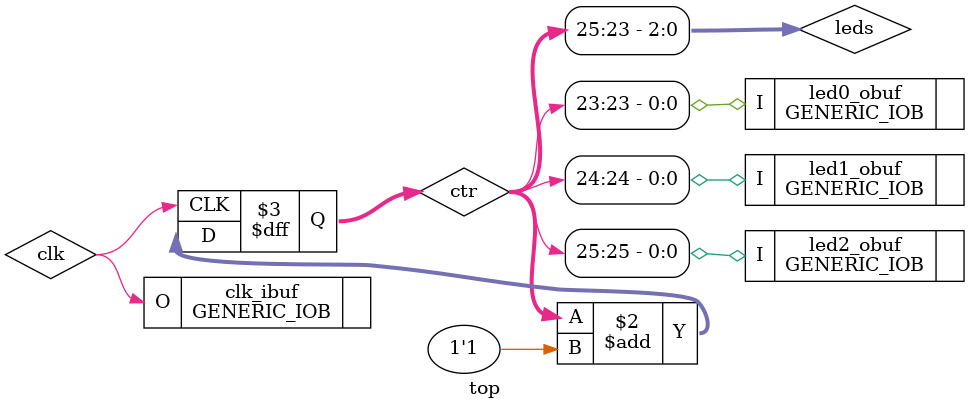
<source format=v>

module top;

	wire clk;
	(* BEL="R5C20_IOBA", keep *)
	GENERIC_IOB #(.INPUT_USED(1), .OUTPUT_USED(0)) clk_ibuf (.O(clk));

	wire [2:0] leds;
	(* BEL="R11C7_IOBA", keep *)
	GENERIC_IOB #(.INPUT_USED(0), .OUTPUT_USED(1)) led2_obuf (.I(leds[2]));
	(* BEL="R11C10_IOBA", keep *)
	GENERIC_IOB #(.INPUT_USED(0), .OUTPUT_USED(1)) led1_obuf (.I(leds[1]));
	(* BEL="R11C10_IOBB", keep *)
	GENERIC_IOB #(.INPUT_USED(0), .OUTPUT_USED(1)) led0_obuf (.I(leds[0]));

reg [25:0] ctr;
always @(posedge clk)
	ctr <= ctr + 1'b1;

assign leds = ctr[25:23];

endmodule

</source>
